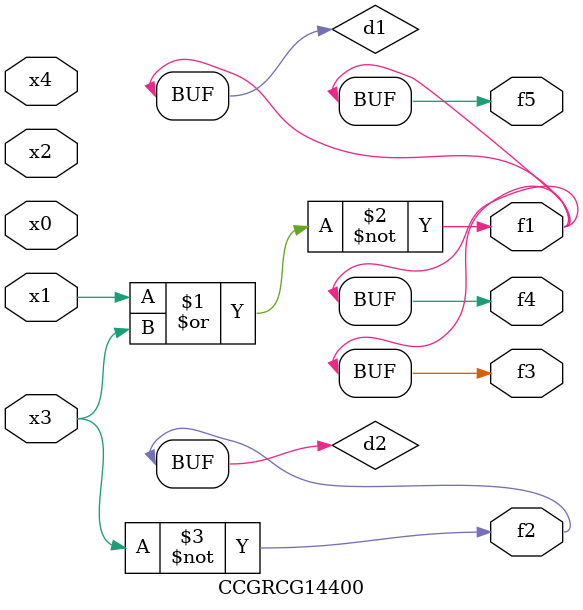
<source format=v>
module CCGRCG14400(
	input x0, x1, x2, x3, x4,
	output f1, f2, f3, f4, f5
);

	wire d1, d2;

	nor (d1, x1, x3);
	not (d2, x3);
	assign f1 = d1;
	assign f2 = d2;
	assign f3 = d1;
	assign f4 = d1;
	assign f5 = d1;
endmodule

</source>
